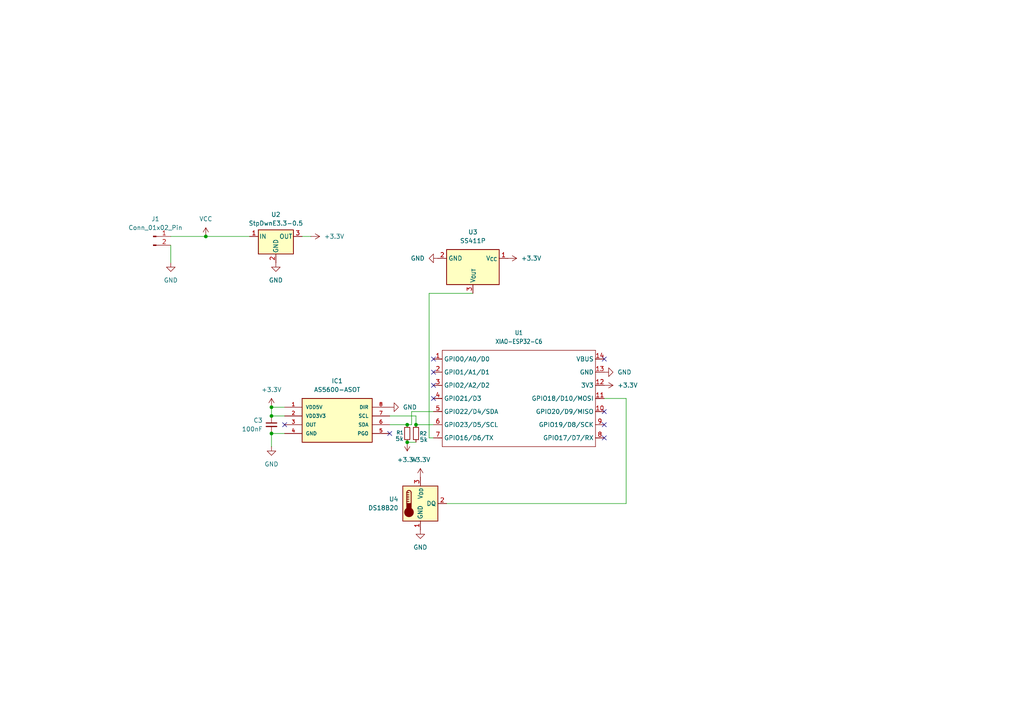
<source format=kicad_sch>
(kicad_sch (version 20250114) (generator "eeschema") (generator_version "9.0")
  (paper "A4")
  (lib_symbols
    (symbol "AS5600-ASOT:AS5600-ASOT" (pin_names (offset 1.016))
      (property "Reference" "IC" (at 6.35 5.08 0))
      (property "Value" "AS5600-ASOT" (at 6.35 -12.7 0))
      (symbol "AS5600-ASOT_0_0"
        (rectangle (start 5.08 -10.16) (end 25.4 2.54) (stroke (width 0.254)) (fill (type background)))
        (pin bidirectional line (at 0 0 0) (length 5.08) (name "VDD5V") (number "1"))
        (pin bidirectional line (at 0 -2.54 0) (length 5.08) (name "VDD3V3") (number "2"))
        (pin bidirectional line (at 0 -5.08 0) (length 5.08) (name "OUT") (number "3"))
        (pin bidirectional line (at 0 -7.62 0) (length 5.08) (name "GND") (number "4"))
        (pin bidirectional line (at 30.48 0 180) (length 5.08) (name "DIR") (number "8"))
        (pin bidirectional line (at 30.48 -2.54 180) (length 5.08) (name "SCL") (number "7"))
        (pin bidirectional line (at 30.48 -5.08 180) (length 5.08) (name "SDA") (number "6"))
        (pin bidirectional line (at 30.48 -7.62 180) (length 5.08) (name "PGO") (number "5"))
      )
    )
    (symbol "Connector:Conn_01x02_Pin" (pin_names (offset 1.016) (hide yes))
      (property "Reference" "J" (at 0 2.54 0))
      (property "Value" "Conn_01x02_Pin" (at 0 -5.08 0))
      (symbol "Conn_01x02_Pin_1_1"
        (rectangle (start 0.8636 0.127) (end 0 -0.127) (stroke (width 0.1524)) (fill (type outline)))
        (rectangle (start 0.8636 -2.413) (end 0 -2.667) (stroke (width 0.1524)) (fill (type outline)))
        (polyline (pts (xy 1.27 0) (xy 0.8636 0)) (stroke (width 0.1524)))
        (polyline (pts (xy 1.27 -2.54) (xy 0.8636 -2.54)) (stroke (width 0.1524)))
        (pin passive line (at 5.08 0 180) (length 3.81) (name "Pin_1") (number "1"))
        (pin passive line (at 5.08 -2.54 180) (length 3.81) (name "Pin_2") (number "2"))
      )
    )
    (symbol "Custom:SS411P"
      (property "Reference" "U" (at 0 11.43 0))
      (property "Value" "SS411P" (at 0 8.89 0))
      (symbol "SS411P_0_1"
        (rectangle (start -5.08 7.62) (end 5.08 -7.62) (stroke (width 0.254)) (fill (type background)))
      )
      (symbol "SS411P_1_1"
        (pin power_in line (at -2.54 10.16 270) (length 2.54) (name "V_{CC}") (number "1"))
        (pin power_in line (at -2.54 -10.16 90) (length 2.54) (name "GND") (number "2"))
        (pin open_collector line (at 7.62 0 180) (length 2.54) (name "V_{OUT}") (number "3"))
      )
    )
    (symbol "Device:C_Small" (pin_numbers (hide yes)) (pin_names (offset 0.254) (hide yes))
      (property "Reference" "C" (at 0.254 1.778 0))
      (property "Value" "C_Small" (at 0.254 -2.032 0))
      (symbol "C_Small_0_1"
        (polyline (pts (xy -1.524 0.508) (xy 1.524 0.508)) (stroke (width 0.3048)))
        (polyline (pts (xy -1.524 -0.508) (xy 1.524 -0.508)) (stroke (width 0.3302)))
      )
      (symbol "C_Small_1_1"
        (pin passive line (at 0 2.54 270) (length 2.032) (name "~") (number "1"))
        (pin passive line (at 0 -2.54 90) (length 2.032) (name "~") (number "2"))
      )
    )
    (symbol "Device:R_Small" (pin_numbers (hide yes)) (pin_names (offset 0.254) (hide yes))
      (property "Reference" "R" (at 0 0 90))
      (property "Value" "R_Small" (at 1.778 0 90))
      (symbol "R_Small_0_1"
        (rectangle (start -0.762 1.778) (end 0.762 -1.778) (stroke (width 0.2032)))
      )
      (symbol "R_Small_1_1"
        (pin passive line (at 0 2.54 270) (length 0.762) (name "~") (number "1"))
        (pin passive line (at 0 -2.54 90) (length 0.762) (name "~") (number "2"))
      )
    )
    (symbol "Regulator_Switching:R-78E3.3-0.5" (pin_names (offset 0.254))
      (property "Reference" "U" (at -3.81 3.175 0))
      (property "Value" "R-78E3.3-0.5" (at 0 3.175 0))
      (symbol "R-78E3.3-0.5_0_1"
        (rectangle (start -5.08 1.905) (end 5.08 -5.08) (stroke (width 0.254)) (fill (type background)))
      )
      (symbol "R-78E3.3-0.5_1_1"
        (pin power_in line (at -7.62 0 0) (length 2.54) (name "IN") (number "1"))
        (pin power_in line (at 0 -7.62 90) (length 2.54) (name "GND") (number "2"))
        (pin power_out line (at 7.62 0 180) (length 2.54) (name "OUT") (number "3"))
      )
    )
    (symbol "Seeed_Studio_XIAO_Series:XIAO_ESP32-C6-DIP"
      (property "Reference" "U" (at -20.574 17.018 0))
      (property "Value" "XIAO-ESP32-C6" (at -15.24 14.986 0))
      (symbol "XIAO_ESP32-C6-DIP_1_0"
        (polyline (pts (xy -21.59 13.97) (xy 22.86 13.97)) (stroke (width 0.1524)))
        (polyline (pts (xy -21.59 11.43) (xy -22.86 11.43)) (stroke (width 0.1524)))
        (polyline (pts (xy -21.59 11.43) (xy -21.59 13.97)) (stroke (width 0.1524)))
        (polyline (pts (xy -21.59 7.62) (xy -22.86 7.62)) (stroke (width 0.1524)))
        (polyline (pts (xy -21.59 7.62) (xy -21.59 11.43)) (stroke (width 0.1524)))
        (polyline (pts (xy -21.59 3.81) (xy -22.86 3.81)) (stroke (width 0.1524)))
        (polyline (pts (xy -21.59 3.81) (xy -21.59 7.62)) (stroke (width 0.1524)))
        (polyline (pts (xy -21.59 0) (xy -22.86 0)) (stroke (width 0.1524)))
        (polyline (pts (xy -21.59 0) (xy -21.59 3.81)) (stroke (width 0.1524)))
        (polyline (pts (xy -21.59 -3.81) (xy -22.86 -3.81)) (stroke (width 0.1524)))
        (polyline (pts (xy -21.59 -7.62) (xy -22.86 -7.62)) (stroke (width 0.1524)))
        (polyline (pts (xy -21.59 -11.43) (xy -22.86 -11.43)) (stroke (width 0.1524)))
        (polyline (pts (xy -21.59 -13.97) (xy -21.59 0)) (stroke (width 0.1524)))
        (polyline (pts (xy 22.86 13.97) (xy 22.86 11.43)) (stroke (width 0.1524)))
        (polyline (pts (xy 22.86 11.43) (xy 22.86 7.62)) (stroke (width 0.1524)))
        (polyline (pts (xy 22.86 7.62) (xy 22.86 3.81)) (stroke (width 0.1524)))
        (polyline (pts (xy 22.86 3.81) (xy 22.86 -13.97)) (stroke (width 0.1524)))
        (polyline (pts (xy 22.86 -13.97) (xy -21.59 -13.97)) (stroke (width 0.1524)))
        (polyline (pts (xy 24.13 11.43) (xy 22.86 11.43)) (stroke (width 0.1524)))
        (polyline (pts (xy 24.13 7.62) (xy 22.86 7.62)) (stroke (width 0.1524)))
        (polyline (pts (xy 24.13 3.81) (xy 22.86 3.81)) (stroke (width 0.1524)))
        (polyline (pts (xy 24.13 0) (xy 22.86 0)) (stroke (width 0.1524)))
        (polyline (pts (xy 24.13 -3.81) (xy 22.86 -3.81)) (stroke (width 0.1524)))
        (polyline (pts (xy 24.13 -7.62) (xy 22.86 -7.62)) (stroke (width 0.1524)))
        (polyline (pts (xy 24.13 -11.43) (xy 22.86 -11.43)) (stroke (width 0.1524)))
        (pin passive line (at -24.13 11.43 0) (length 2.54) (name "GPIO0/A0/D0") (number "1"))
        (pin passive line (at -24.13 7.62 0) (length 2.54) (name "GPIO1/A1/D1") (number "2"))
        (pin passive line (at -24.13 3.81 0) (length 2.54) (name "GPIO2/A2/D2") (number "3"))
        (pin passive line (at -24.13 0 0) (length 2.54) (name "GPIO21/D3") (number "4"))
        (pin passive line (at -24.13 -3.81 0) (length 2.54) (name "GPIO22/D4/SDA") (number "5"))
        (pin passive line (at -24.13 -7.62 0) (length 2.54) (name "GPIO23/D5/SCL") (number "6"))
        (pin passive line (at -24.13 -11.43 0) (length 2.54) (name "GPIO16/D6/TX") (number "7"))
        (pin passive line (at 25.4 11.43 180) (length 2.54) (name "VBUS") (number "14"))
        (pin passive line (at 25.4 7.62 180) (length 2.54) (name "GND") (number "13"))
        (pin passive line (at 25.4 3.81 180) (length 2.54) (name "3V3") (number "12"))
        (pin passive line (at 25.4 0 180) (length 2.54) (name "GPIO18/D10/MOSI") (number "11"))
        (pin passive line (at 25.4 -3.81 180) (length 2.54) (name "GPIO20/D9/MISO") (number "10"))
        (pin passive line (at 25.4 -7.62 180) (length 2.54) (name "GPIO19/D8/SCK") (number "9"))
        (pin passive line (at 25.4 -11.43 180) (length 2.54) (name "GPIO17/D7/RX") (number "8"))
      )
    )
    (symbol "Sensor_Temperature:DS18B20"
      (property "Reference" "U" (at -3.81 6.35 0))
      (property "Value" "DS18B20" (at 6.35 6.35 0))
      (symbol "DS18B20_0_1"
        (rectangle (start -5.08 5.08) (end 5.08 -5.08) (stroke (width 0.254)) (fill (type background)))
        (polyline (pts (xy -3.937 3.175) (xy -3.937 0)) (stroke (width 0.254)))
        (polyline (pts (xy -3.937 3.175) (xy -3.302 3.175)) (stroke (width 0.254)))
        (polyline (pts (xy -3.937 2.54) (xy -3.302 2.54)) (stroke (width 0.254)))
        (polyline (pts (xy -3.937 1.905) (xy -3.302 1.905)) (stroke (width 0.254)))
        (polyline (pts (xy -3.937 1.27) (xy -3.302 1.27)) (stroke (width 0.254)))
        (polyline (pts (xy -3.937 0.635) (xy -3.302 0.635)) (stroke (width 0.254)))
        (arc (start -3.937 3.175) (mid -3.302 3.8073) (end -2.667 3.175) (stroke (width 0.254)))
        (circle (center -3.302 -2.54) (radius 1.27) (stroke (width 0.254)) (fill (type outline)))
        (polyline (pts (xy -2.667 3.175) (xy -2.667 0)) (stroke (width 0.254)))
        (rectangle (start -2.667 -1.905) (end -3.937 0) (stroke (width 0.254)) (fill (type outline)))
      )
      (symbol "DS18B20_1_1"
        (pin power_in line (at 0 7.62 270) (length 2.54) (name "V_{DD}") (number "3"))
        (pin power_in line (at 0 -7.62 90) (length 2.54) (name "GND") (number "1"))
        (pin bidirectional line (at 7.62 0 180) (length 2.54) (name "DQ") (number "2"))
      )
    )
    (symbol "power:+3.3V" (power) (pin_numbers (hide yes)) (pin_names (offset 0) (hide yes))
      (property "Value" "+3.3V" (at 0 3.556 0))
      (symbol "+3.3V_0_1"
        (polyline (pts (xy -0.762 1.27) (xy 0 2.54)))
        (polyline (pts (xy 0 2.54) (xy 0.762 1.27)))
        (polyline (pts (xy 0 0) (xy 0 2.54)))
      )
      (symbol "+3.3V_1_1"
        (pin power_in line (at 0 0 90) (length 0) (name "~") (number "1"))
      )
    )
    (symbol "power:GND" (power) (pin_numbers (hide yes)) (pin_names (offset 0) (hide yes))
      (property "Value" "GND" (at 0 -3.81 0))
      (symbol "GND_0_1"
        (polyline (pts (xy 0 0) (xy 0 -1.27) (xy 1.27 -1.27) (xy 0 -2.54) (xy -1.27 -1.27) (xy 0 -1.27)))
      )
      (symbol "GND_1_1"
        (pin power_in line (at 0 0 270) (length 0) (name "~") (number "1"))
      )
    )
    (symbol "power:VCC" (power) (pin_numbers (hide yes)) (pin_names (offset 0) (hide yes))
      (property "Value" "VCC" (at 0 3.556 0))
      (symbol "VCC_0_1"
        (polyline (pts (xy -0.762 1.27) (xy 0 2.54)))
        (polyline (pts (xy 0 2.54) (xy 0.762 1.27)))
        (polyline (pts (xy 0 0) (xy 0 2.54)))
      )
      (symbol "VCC_1_1"
        (pin power_in line (at 0 0 90) (length 0) (name "~") (number "1"))
      )
    )
  )
  (junction (at 59.69 68.58))
  (junction (at 118.11 128.27))
  (junction (at 78.74 120.65))
  (junction (at 78.74 118.11))
  (junction (at 118.11 123.19))
  (junction (at 78.74 125.73))
  (junction (at 120.65 123.19))
  (no_connect (at 125.73 107.95))
  (no_connect (at 82.55 123.19))
  (no_connect (at 175.26 123.19))
  (no_connect (at 125.73 104.14))
  (no_connect (at 175.26 104.14))
  (no_connect (at 125.73 111.76))
  (no_connect (at 175.26 127))
  (no_connect (at 113.03 125.73))
  (no_connect (at 175.26 119.38))
  (no_connect (at 125.73 115.57))
  (wire (pts (xy 59.69 68.58) (xy 72.39 68.58)))
  (wire (pts (xy 49.53 71.12) (xy 49.53 76.2)))
  (wire (pts (xy 49.53 68.58) (xy 59.69 68.58)))
  (wire (pts (xy 119.38 123.19) (xy 118.11 123.19)))
  (wire (pts (xy 124.46 127) (xy 125.73 127)))
  (wire (pts (xy 78.74 125.73) (xy 78.74 129.54)))
  (wire (pts (xy 119.38 119.38) (xy 125.73 119.38)))
  (wire (pts (xy 78.74 120.65) (xy 82.55 120.65)))
  (wire (pts (xy 113.03 123.19) (xy 118.11 123.19)))
  (wire (pts (xy 119.38 123.19) (xy 119.38 119.38)))
  (wire (pts (xy 113.03 120.65) (xy 120.65 120.65)))
  (wire (pts (xy 78.74 125.73) (xy 82.55 125.73)))
  (wire (pts (xy 129.54 146.05) (xy 181.61 146.05)))
  (wire (pts (xy 181.61 146.05) (xy 181.61 115.57)))
  (wire (pts (xy 120.65 120.65) (xy 120.65 123.19)))
  (wire (pts (xy 82.55 118.11) (xy 78.74 118.11)))
  (wire (pts (xy 118.11 128.27) (xy 120.65 128.27)))
  (wire (pts (xy 124.46 85.09) (xy 137.16 85.09)))
  (wire (pts (xy 124.46 85.09) (xy 124.46 127)))
  (wire (pts (xy 181.61 115.57) (xy 175.26 115.57)))
  (wire (pts (xy 87.63 68.58) (xy 90.17 68.58)))
  (wire (pts (xy 120.65 123.19) (xy 125.73 123.19)))
  (wire (pts (xy 78.74 118.11) (xy 78.74 120.65)))
  (symbol (lib_id "power:+3.3V") (at 78.74 118.11 0) (unit 1)
    (property "Reference" "#PWR06" (effects (hide yes)))
    (property "Value" "+3.3V" (at 78.74 113.03 0))
    (property "Description" "Power symbol creates a global label with name \"+3.3V\"" (effects (hide yes)))
  )
  (symbol (lib_id "Connector:Conn_01x02_Pin") (at 44.45 68.58 0) (unit 1)
    (property "Reference" "J1" (at 45.085 63.5 0))
    (property "Value" "Conn_01x02_Pin" (at 45.085 66.04 0))
    (property "Footprint" "Connector_JST:JST_XH_B2B-XH-A_1x02_P2.50mm_Vertical" (effects (hide yes)))
    (property "Description" "Generic connector, single row, 01x02, script generated" (effects (hide yes)))
  )
  (symbol (lib_id "power:+3.3V") (at 118.11 128.27 180) (unit 1)
    (property "Reference" "#PWR014" (effects (hide yes)))
    (property "Value" "+3.3V" (at 118.11 133.35 0))
    (property "Description" "Power symbol creates a global label with name \"+3.3V\"" (effects (hide yes)))
  )
  (symbol (lib_id "Seeed_Studio_XIAO_Series:XIAO_ESP32-C6-DIP") (at 149.86 115.57 0) (unit 1)
    (property "Reference" "U1" (at 150.495 96.52 0) (effects (font (size 1.27 1.0795))))
    (property "Value" "XIAO-ESP32-C6" (at 150.495 99.06 0) (effects (font (size 1.27 1.0795))))
    (property "Footprint" "Seeed Studio XIAO Series Library:XIAO-ESP32C6-DIP" (effects (hide yes)))
    (property "SKU" "XIAO-DIP" (effects (hide yes)))
  )
  (symbol (lib_id "power:GND") (at 80.01 76.2 0) (unit 1)
    (property "Reference" "#PWR03" (effects (hide yes)))
    (property "Value" "GND" (at 80.01 81.28 0))
    (property "Description" "Power symbol creates a global label with name \"GND\" , ground" (effects (hide yes)))
  )
  (symbol (lib_id "power:GND") (at 78.74 129.54 0) (unit 1)
    (property "Reference" "#PWR05" (effects (hide yes)))
    (property "Value" "GND" (at 78.74 134.62 0))
    (property "Description" "Power symbol creates a global label with name \"GND\" , ground" (effects (hide yes)))
  )
  (symbol (lib_id "power:GND") (at 113.03 118.11 90) (unit 1)
    (property "Reference" "#PWR011" (effects (hide yes)))
    (property "Value" "GND" (at 116.84 118.1099 90) (effects (justify right)))
    (property "Description" "Power symbol creates a global label with name \"GND\" , ground" (effects (hide yes)))
  )
  (symbol (lib_id "power:GND") (at 127 74.93 270) (unit 1)
    (property "Reference" "#PWR09" (effects (hide yes)))
    (property "Value" "GND" (at 123.19 74.9299 90) (effects (justify right)))
    (property "Description" "Power symbol creates a global label with name \"GND\" , ground" (effects (hide yes)))
  )
  (symbol (lib_id "Custom:SS411P") (at 137.16 77.47 270) (unit 1)
    (property "Reference" "U3" (at 137.16 67.31 90))
    (property "Value" "SS411P" (at 137.16 69.85 90))
    (property "Footprint" "Custom:SS411P" (effects (hide yes)))
    (property "Datasheet" "https://prod-edam.honeywell.com/content/dam/honeywell-edam/sps/siot/en-us/products/sensors/magnetic-sensors/bipolar-position-sensor-ics/common/documents/sps-siot-ss311pt-ss411p-product-sheet-005914-1-en-ciid-45288.pdf" (effects (hide yes)))
    (property "Description" "Hall effect switch, unipolar (south-polarity), Bop=100G, Brp=45G, 3.8-24V supply, SOT-23W" (effects (hide yes)))
  )
  (symbol (lib_id "power:GND") (at 121.92 153.67 0) (unit 1)
    (property "Reference" "#PWR012" (effects (hide yes)))
    (property "Value" "GND" (at 121.92 158.75 0))
    (property "Description" "Power symbol creates a global label with name \"GND\" , ground" (effects (hide yes)))
  )
  (symbol (lib_id "Device:R_Small") (at 120.65 125.73 0) (unit 1)
    (property "Reference" "R2" (at 121.666 125.73 0) (effects (font (size 1.016 1.016)) (justify left)))
    (property "Value" "5k" (at 121.666 127.508 0) (effects (justify left)))
    (property "Footprint" "Resistor_THT:R_Axial_DIN0207_L6.3mm_D2.5mm_P7.62mm_Horizontal" (effects (hide yes)))
    (property "Description" "Resistor, small symbol" (effects (hide yes)))
  )
  (symbol (lib_id "power:+3.3V") (at 90.17 68.58 270) (unit 1)
    (property "Reference" "#PWR07" (effects (hide yes)))
    (property "Value" "+3.3V" (at 93.98 68.5799 90) (effects (justify left)))
    (property "Description" "Power symbol creates a global label with name \"+3.3V\"" (effects (hide yes)))
  )
  (symbol (lib_id "power:+3.3V") (at 121.92 138.43 0) (unit 1)
    (property "Reference" "#PWR013" (effects (hide yes)))
    (property "Value" "+3.3V" (at 121.92 133.35 0))
    (property "Description" "Power symbol creates a global label with name \"+3.3V\"" (effects (hide yes)))
  )
  (symbol (lib_id "Sensor_Temperature:DS18B20") (at 121.92 146.05 0) (unit 1)
    (property "Reference" "U4" (at 115.57 144.7799 0) (effects (justify right)))
    (property "Value" "DS18B20" (at 115.57 147.3199 0) (effects (justify right)))
    (property "Footprint" "Package_TO_SOT_THT:TO-92_Inline" (effects (hide yes)))
    (property "Datasheet" "http://datasheets.maximintegrated.com/en/ds/DS18B20.pdf" (effects (hide yes)))
    (property "Description" "Programmable Resolution 1-Wire Digital Thermometer TO-92" (effects (hide yes)))
  )
  (symbol (lib_id "power:GND") (at 49.53 76.2 0) (unit 1)
    (property "Reference" "#PWR016" (effects (hide yes)))
    (property "Value" "GND" (at 49.53 81.28 0))
    (property "Description" "Power symbol creates a global label with name \"GND\" , ground" (effects (hide yes)))
  )
  (symbol (lib_id "power:+3.3V") (at 175.26 111.76 270) (unit 1)
    (property "Reference" "#PWR08" (effects (hide yes)))
    (property "Value" "+3.3V" (at 179.07 111.7599 90) (effects (justify left)))
    (property "Description" "Power symbol creates a global label with name \"+3.3V\"" (effects (hide yes)))
  )
  (symbol (lib_id "power:VCC") (at 59.69 68.58 0) (unit 1)
    (property "Reference" "#PWR015" (effects (hide yes)))
    (property "Value" "VCC" (at 59.69 63.5 0))
    (property "Description" "Power symbol creates a global label with name \"VCC\"" (effects (hide yes)))
  )
  (symbol (lib_id "power:+3.3V") (at 147.32 74.93 270) (unit 1)
    (property "Reference" "#PWR010" (effects (hide yes)))
    (property "Value" "+3.3V" (at 151.13 74.9299 90) (effects (justify left)))
    (property "Description" "Power symbol creates a global label with name \"+3.3V\"" (effects (hide yes)))
  )
  (symbol (lib_id "Regulator_Switching:R-78E3.3-0.5") (at 80.01 68.58 0) (unit 1)
    (property "Reference" "U2" (at 80.01 62.23 0))
    (property "Value" "StpDwnE3.3-0.5" (at 80.01 64.77 0))
    (property "Footprint" "Custom:CONV_R-78K3.3-0.5" (effects (hide yes)))
    (property "Datasheet" "https://www.recom-power.com/pdf/Innoline/R-78Exx-0.5.pdf" (effects (hide yes)))
    (property "Description" "500mA Step-Down DC/DC-Regulator, 6-28V input, 3.3V fixed Output Voltage, LM78xx replacement, -40°C to +85°C, SIP3" (effects (hide yes)))
  )
  (symbol (lib_id "Device:R_Small") (at 118.11 125.73 0) (mirror y) (unit 1)
    (property "Reference" "R1" (at 117.094 125.476 0) (effects (font (size 1.016 1.016)) (justify left)))
    (property "Value" "5k" (at 117.094 127.254 0) (effects (justify left)))
    (property "Footprint" "Resistor_THT:R_Axial_DIN0207_L6.3mm_D2.5mm_P7.62mm_Horizontal" (effects (hide yes)))
    (property "Description" "Resistor, small symbol" (effects (hide yes)))
  )
  (symbol (lib_id "power:GND") (at 175.26 107.95 90) (unit 1)
    (property "Reference" "#PWR04" (effects (hide yes)))
    (property "Value" "GND" (at 179.07 107.9499 90) (effects (justify right)))
    (property "Description" "Power symbol creates a global label with name \"GND\" , ground" (effects (hide yes)))
  )
  (symbol (lib_id "Device:C_Small") (at 78.74 123.19 0) (mirror y) (unit 1)
    (property "Reference" "C3" (at 76.2 121.9262 0) (effects (justify left)))
    (property "Value" "100nF" (at 76.2 124.4662 0) (effects (justify left)))
    (property "Footprint" "Capacitor_THT:C_Disc_D7.5mm_W5.0mm_P10.00mm" (effects (hide yes)))
    (property "Description" "Unpolarized capacitor, small symbol" (effects (hide yes)))
  )
  (symbol (lib_id "AS5600-ASOT:AS5600-ASOT") (at 82.55 118.11 0) (unit 1)
    (property "Reference" "IC1" (at 97.79 110.49 0))
    (property "Value" "AS5600-ASOT" (at 97.79 113.03 0))
    (property "Footprint" "AS5600-ASOT:SOIC127P600X175-8N" (effects (hide yes)))
    (property "Datasheet" "kicad-embed://AS5600_DS000365_5-00.pdf" (effects (hide yes)))
    (property "Description" "Board Mount Hall Effect / Magnetic Sensors AS5600 Magnetic Sensor 12-Bit" (effects (hide yes)))
    (property "MANUFACTURER_NAME" "ams" (effects (hide yes)))
    (property "MF" "ams" (effects (hide yes)))
    (property "MOUSER_PRICE-STOCK" "https://www.mouser.co.uk/ProductDetail/ams/AS5600-ASOT?qs=KTMMzrZdriGJpjhsnAEYBA%3D%3D" (effects (hide yes)))
    (property "DESCRIPTION" "Board Mount Hall Effect / Magnetic Sensors AS5600 Magnetic Sensor 12-Bit" (effects (hide yes)))
    (property "MOUSER_PART_NUMBER" "985-AS5600-ASOT" (effects (hide yes)))
    (property "Price" "None" (effects (hide yes)))
    (property "Package" "SOIC-8 ams" (effects (hide yes)))
    (property "Check_prices" "https://www.snapeda.com/parts/AS5600-ASOT/ams/view-part/?ref=eda" (effects (hide yes)))
    (property "HEIGHT" "1.75mm" (effects (hide yes)))
    (property "MP" "AS5600-ASOT" (effects (hide yes)))
    (property "SnapEDA_Link" "https://www.snapeda.com/parts/AS5600-ASOT/ams/view-part/?ref=snap" (effects (hide yes)))
    (property "ARROW_PRICE-STOCK" "https://www.arrow.com/en/products/as5600-asot/ams-ag?region=nac" (effects (hide yes)))
    (property "ARROW_PART_NUMBER" "AS5600-ASOT" (effects (hide yes)))
    (property "Description_1" "Hall Effect Sensor Angle External Magnet, Not Included Gull Wing" (effects (hide yes)))
    (property "Availability" "In Stock" (effects (hide yes)))
    (property "MANUFACTURER_PART_NUMBER" "AS5600-ASOT" (effects (hide yes)))
  )
)
</source>
